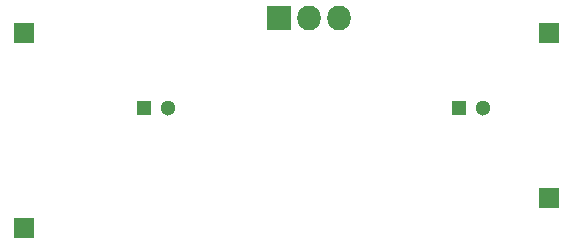
<source format=gbr>
%TF.GenerationSoftware,KiCad,Pcbnew,5.1.6+dfsg1-1*%
%TF.CreationDate,2021-08-19T19:41:55+08:00*%
%TF.ProjectId,LM8705-power,4c4d3837-3035-42d7-906f-7765722e6b69,rev?*%
%TF.SameCoordinates,Original*%
%TF.FileFunction,Soldermask,Top*%
%TF.FilePolarity,Negative*%
%FSLAX46Y46*%
G04 Gerber Fmt 4.6, Leading zero omitted, Abs format (unit mm)*
G04 Created by KiCad (PCBNEW 5.1.6+dfsg1-1) date 2021-08-19 19:41:55*
%MOMM*%
%LPD*%
G01*
G04 APERTURE LIST*
%ADD10O,2.005000X2.100000*%
%ADD11R,2.005000X2.100000*%
%ADD12R,1.800000X1.800000*%
%ADD13C,1.300000*%
%ADD14R,1.300000X1.300000*%
G04 APERTURE END LIST*
D10*
%TO.C,U1*%
X135890000Y-82550000D03*
X133350000Y-82550000D03*
D11*
X130810000Y-82550000D03*
%TD*%
D12*
%TO.C,J4*%
X153670000Y-83820000D03*
%TD*%
%TO.C,J3*%
X153670000Y-97790000D03*
%TD*%
%TO.C,J2*%
X109220000Y-100330000D03*
%TD*%
%TO.C,J1*%
X109220000Y-83820000D03*
%TD*%
D13*
%TO.C,C2*%
X148050000Y-90170000D03*
D14*
X146050000Y-90170000D03*
%TD*%
D13*
%TO.C,C1*%
X121380000Y-90170000D03*
D14*
X119380000Y-90170000D03*
%TD*%
M02*

</source>
